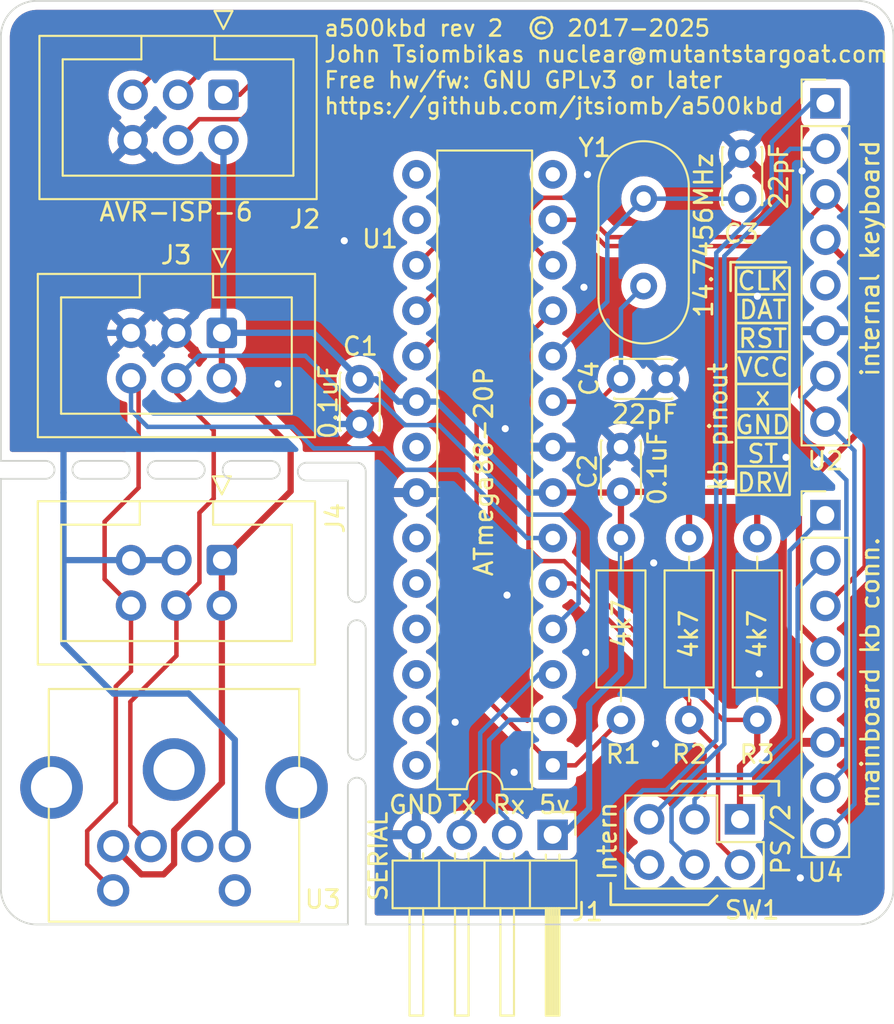
<source format=kicad_pcb>
(kicad_pcb (version 20240108) (generator "pcbnew") (generator_version "8.0")
  (layers (0 "F.Cu" signal) (31 "B.Cu" signal) (34 "B.Paste" user) (35 "F.Paste" user) (36 "B.SilkS" user "B.Silkscreen") (37 "F.SilkS" user "F.Silkscreen") (38 "B.Mask" user) (39 "F.Mask" user) (44 "Edge.Cuts" user))
  (net 0 "")
  (net 1 "VCC")
  (net 2 "GND")
  (net 3 "/XTAL1")
  (net 4 "/XTAL0")
  (net 5 "/TXD")
  (net 6 "/RXD")
  (net 7 "/MOSI")
  (net 8 "/SCK")
  (net 9 "/~{RESET}")
  (net 10 "/MISO")
  (net 11 "/PDATA")
  (net 12 "/PCLK")
  (net 13 "/ACLK")
  (net 14 "/ADATA")
  (net 15 "/INTKB_DATA")
  (net 16 "/OCLK")
  (net 17 "/ODAT")
  (net 18 "/INTKB_CLOCK")
  (net 22 "/DRVLED")
  (net 23 "/AMIGA_RESET")
  (net 31 "/STLED")
  (footprint "Crystal:Crystal_HC49-U_Vertical" (layer "F.Cu") (at 142.24 48.35 -90)
    (property "Reference" "Y1" (at -2.85 2.74 180) (layer "F.SilkS"))
    (property "Value" "14.7456MHz" (at 2.05 -3.36 90) (layer "F.SilkS"))
    (pad "1" thru_hole circle (at 0 0 270) (size 1.5 1.5) (drill 0.8) (layers "*.Cu" "*.Mask") (net 3 "/XTAL1"))
    (pad "2" thru_hole circle (at 4.88 0 270) (size 1.5 1.5) (drill 0.8) (layers "*.Cu" "*.Mask") (net 4 "/XTAL0"))
  )
  (footprint "Connector_IDC:IDC-Header_2x03_P2.54mm_Vertical" (layer "F.Cu") (at 118.745 42.545 -90)
    (property "Reference" "J2" (at 6.955 -4.555 180) (layer "F.SilkS"))
    (property "Value" "AVR-ISP-6" (at 6.555 2.645 180) (layer "F.SilkS"))
    (pad "1" thru_hole roundrect (at 0 0 270) (size 1.7 1.7) (drill 1) (layers "*.Cu" "*.Mask") (roundrect_rratio 0.147059) (net 10 "/MISO"))
    (pad "2" thru_hole circle (at 2.54 0 270) (size 1.7 1.7) (drill 1) (layers "*.Cu" "*.Mask") (net 1 "VCC"))
    (pad "3" thru_hole circle (at 0 2.54 270) (size 1.7 1.7) (drill 1) (layers "*.Cu" "*.Mask") (net 8 "/SCK"))
    (pad "4" thru_hole circle (at 2.54 2.54 270) (size 1.7 1.7) (drill 1) (layers "*.Cu" "*.Mask") (net 7 "/MOSI"))
    (pad "5" thru_hole circle (at 0 5.08 270) (size 1.7 1.7) (drill 1) (layers "*.Cu" "*.Mask") (net 9 "/~{RESET}"))
    (pad "6" thru_hole circle (at 2.54 5.08 270) (size 1.7 1.7) (drill 1) (layers "*.Cu" "*.Mask") (net 2 "GND"))
  )
  (footprint "Capacitor_THT:C_Disc_D3.0mm_W2.0mm_P2.50mm" (layer "F.Cu") (at 126.365 58.44 -90)
    (property "Reference" "C1" (at -1.84 -0.035 180) (layer "F.SilkS"))
    (property "Value" "0.1uF" (at 1.26 1.765 90) (layer "F.SilkS"))
    (pad "1" thru_hole circle (at 0 0 270) (size 1.6 1.6) (drill 0.8) (layers "*.Cu" "*.Mask") (net 1 "VCC"))
    (pad "2" thru_hole circle (at 2.5 0 270) (size 1.6 1.6) (drill 0.8) (layers "*.Cu" "*.Mask") (net 2 "GND"))
  )
  (footprint "a500kbd:kbswitch" (layer "F.Cu") (at 147.625 83.025 -90)
    (property "Reference" "SW1" (at 5.075 -0.675 180) (layer "F.SilkS"))
    (property "Value" "SW_DPDT_x2")
    (pad "1" thru_hole rect (at 0 0 270) (size 1.7 1.7) (drill 1) (layers "*.Cu" "*.Mask") (net 14 "/ADATA"))
    (pad "2" thru_hole oval (at 0 2.54 270) (size 1.7 1.7) (drill 1) (layers "*.Cu" "*.Mask") (net 17 "/ODAT"))
    (pad "3" thru_hole oval (at 0 5.08 270) (size 1.7 1.7) (drill 1) (layers "*.Cu" "*.Mask") (net 15 "/INTKB_DATA"))
    (pad "4" thru_hole oval (at 2.54 0 270) (size 1.7 1.7) (drill 1) (layers "*.Cu" "*.Mask") (net 13 "/ACLK"))
    (pad "5" thru_hole oval (at 2.54 2.54 270) (size 1.7 1.7) (drill 1) (layers "*.Cu" "*.Mask") (net 16 "/OCLK"))
    (pad "6" thru_hole oval (at 2.54 5.08 270) (size 1.7 1.7) (drill 1) (layers "*.Cu" "*.Mask") (net 18 "/INTKB_CLOCK"))
  )
  (footprint "Resistor_THT:R_Axial_DIN0207_L6.3mm_D2.5mm_P10.16mm_Horizontal" (layer "F.Cu") (at 144.78 67.31 -90)
    (property "Reference" "R2" (at 12.09 -0.02 180) (layer "F.SilkS"))
    (property "Value" "4k7" (at 5.37 0.02 90) (layer "F.SilkS"))
    (pad "1" thru_hole circle (at 0 0 270) (size 1.6 1.6) (drill 0.8) (layers "*.Cu" "*.Mask") (net 1 "VCC"))
    (pad "2" thru_hole oval (at 10.16 0 270) (size 1.6 1.6) (drill 0.8) (layers "*.Cu" "*.Mask") (net 13 "/ACLK"))
  )
  (footprint "Capacitor_THT:C_Disc_D3.0mm_W2.0mm_P2.50mm" (layer "F.Cu") (at 140.97 64.73 90)
    (property "Reference" "C2" (at 1.13 -1.87 90) (layer "F.SilkS"))
    (property "Value" "0.1uF" (at 1.33 2.03 -90) (layer "F.SilkS"))
    (pad "1" thru_hole circle (at 0 0 90) (size 1.6 1.6) (drill 0.8) (layers "*.Cu" "*.Mask") (net 1 "VCC"))
    (pad "2" thru_hole circle (at 2.5 0 90) (size 1.6 1.6) (drill 0.8) (layers "*.Cu" "*.Mask") (net 2 "GND"))
  )
  (footprint "a500kbd:minidin6" (layer "F.Cu") (at 115.98 75.745 180)
    (property "Reference" "U3" (at -8.32 -11.755 0) (layer "F.SilkS"))
    (property "Value" "ps2conn")
    (pad "0" thru_hole circle (at -6.85 -5.5 180) (size 3.5 3.5) (drill 2.3) (layers "*.Cu" "*.Mask"))
    (pad "0" thru_hole circle (at 0 -4.5 180) (size 3.5 3.5) (drill 2.3) (layers "*.Cu" "*.Mask"))
    (pad "0" thru_hole circle (at 6.85 -5.5 180) (size 3.5 3.5) (drill 2.3) (layers "*.Cu" "*.Mask"))
    (pad "1" thru_hole circle (at 1.3 -8.78 180) (size 1.8 1.8) (drill 1.1) (layers "*.Cu" "*.Mask") (net 12 "/PCLK"))
    (pad "2" thru_hole circle (at -1.3 -8.78 180) (size 1.8 1.8) (drill 1.1) (layers "*.Cu" "*.Mask"))
    (pad "3" thru_hole circle (at 3.4 -8.78 180) (size 1.8 1.8) (drill 1.1) (layers "*.Cu" "*.Mask") (net 1 "VCC"))
    (pad "4" thru_hole circle (at -3.4 -8.78 180) (size 1.8 1.8) (drill 1.1) (layers "*.Cu" "*.Mask") (net 2 "GND"))
    (pad "5" thru_hole circle (at 3.4 -11.25 180) (size 1.8 1.8) (drill 1.1) (layers "*.Cu" "*.Mask") (net 11 "/PDATA"))
    (pad "6" thru_hole circle (at -3.4 -11.25 180) (size 1.8 1.8) (drill 1.1) (layers "*.Cu" "*.Mask"))
  )
  (footprint "Connector_IDC:IDC-Header_2x03_P2.54mm_Vertical" (layer "F.Cu") (at 118.655 68.545 -90)
    (property "Reference" "J4" (at -2.345 -6.345 90) (layer "F.SilkS"))
    (property "Value" "ps2ribbon")
    (pad "1" thru_hole roundrect (at 0 0 270) (size 1.7 1.7) (drill 1) (layers "*.Cu" "*.Mask") (roundrect_rratio 0.147059) (net 1 "VCC"))
    (pad "2" thru_hole circle (at 2.54 0 270) (size 1.7 1.7) (drill 1) (layers "*.Cu" "*.Mask") (net 1 "VCC"))
    (pad "3" thru_hole circle (at 0 2.54 270) (size 1.7 1.7) (drill 1) (layers "*.Cu" "*.Mask") (net 2 "GND"))
    (pad "4" thru_hole circle (at 2.54 2.54 270) (size 1.7 1.7) (drill 1) (layers "*.Cu" "*.Mask") (net 12 "/PCLK"))
    (pad "5" thru_hole circle (at 0 5.08 270) (size 1.7 1.7) (drill 1) (layers "*.Cu" "*.Mask") (net 2 "GND"))
    (pad "6" thru_hole circle (at 2.54 5.08 270) (size 1.7 1.7) (drill 1) (layers "*.Cu" "*.Mask") (net 11 "/PDATA"))
  )
  (footprint "Connector_PinHeader_2.54mm:PinHeader_1x08_P2.54mm_Vertical" (layer "F.Cu") (at 152.4 43.025)
    (property "Reference" "U2" (at 0 19.975 180) (layer "F.SilkS"))
    (property "Value" "internal keyboard" (at 2.5 8.66 90) (layer "F.SilkS"))
    (pad "1" thru_hole rect (at 0 0) (size 1.7 1.7) (drill 1) (layers "*.Cu" "*.Mask") (net 18 "/INTKB_CLOCK"))
    (pad "2" thru_hole oval (at 0 2.54) (size 1.7 1.7) (drill 1) (layers "*.Cu" "*.Mask") (net 15 "/INTKB_DATA"))
    (pad "3" thru_hole oval (at 0 5.08) (size 1.7 1.7) (drill 1) (layers "*.Cu" "*.Mask") (net 23 "/AMIGA_RESET"))
    (pad "4" thru_hole oval (at 0 7.62) (size 1.7 1.7) (drill 1) (layers "*.Cu" "*.Mask") (net 1 "VCC"))
    (pad "5" thru_hole oval (at 0 10.16) (size 1.7 1.7) (drill 1) (layers "*.Cu" "*.Mask"))
    (pad "6" thru_hole oval (at 0 12.7) (size 1.7 1.7) (drill 1) (layers "*.Cu" "*.Mask") (net 2 "GND"))
    (pad "7" thru_hole oval (at 0 15.24) (size 1.7 1.7) (drill 1) (layers "*.Cu" "*.Mask") (net 31 "/STLED"))
    (pad "8" thru_hole oval (at 0 17.78) (size 1.7 1.7) (drill 1) (layers "*.Cu" "*.Mask") (net 22 "/DRVLED"))
  )
  (footprint "Resistor_THT:R_Axial_DIN0207_L6.3mm_D2.5mm_P10.16mm_Horizontal" (layer "F.Cu") (at 148.59 67.31 -90)
    (property "Reference" "R3" (at 12.09 0.01 180) (layer "F.SilkS"))
    (property "Value" "4k7" (at 5.37 0.01 90) (layer "F.SilkS"))
    (pad "1" thru_hole circle (at 0 0 270) (size 1.6 1.6) (drill 0.8) (layers "*.Cu" "*.Mask") (net 1 "VCC"))
    (pad "2" thru_hole oval (at 10.16 0 270) (size 1.6 1.6) (drill 0.8) (layers "*.Cu" "*.Mask") (net 14 "/ADATA"))
  )
  (footprint "Connector_IDC:IDC-Header_2x03_P2.54mm_Vertical" (layer "F.Cu") (at 118.655 55.845 -90)
    (property "Reference" "J3" (at -4.345 2.555 180) (layer "F.SilkS"))
    (property "Value" "ps2ribbon")
    (pad "1" thru_hole roundrect (at 0 0 270) (size 1.7 1.7) (drill 1) (layers "*.Cu" "*.Mask") (roundrect_rratio 0.147059) (net 1 "VCC"))
    (pad "2" thru_hole circle (at 2.54 0 270) (size 1.7 1.7) (drill 1) (layers "*.Cu" "*.Mask") (net 1 "VCC"))
    (pad "3" thru_hole circle (at 0 2.54 270) (size 1.7 1.7) (drill 1) (layers "*.Cu" "*.Mask") (net 2 "GND"))
    (pad "4" thru_hole circle (at 2.54 2.54 270) (size 1.7 1.7) (drill 1) (layers "*.Cu" "*.Mask") (net 12 "/PCLK"))
    (pad "5" thru_hole circle (at 0 5.08 270) (size 1.7 1.7) (drill 1) (layers "*.Cu" "*.Mask") (net 2 "GND"))
    (pad "6" thru_hole circle (at 2.54 5.08 270) (size 1.7 1.7) (drill 1) (layers "*.Cu" "*.Mask") (net 11 "/PDATA"))
  )
  (footprint "Resistor_THT:R_Axial_DIN0207_L6.3mm_D2.5mm_P10.16mm_Horizontal" (layer "F.Cu") (at 140.97 67.31 -90)
    (property "Reference" "R1" (at 12.09 -0.13 180) (layer "F.SilkS"))
    (property "Value" "4k7" (at 4.79 -0.03 90) (layer "F.SilkS"))
    (pad "1" thru_hole circle (at 0 0 270) (size 1.6 1.6) (drill 0.8) (layers "*.Cu" "*.Mask") (net 1 "VCC"))
    (pad "2" thru_hole oval (at 10.16 0 270) (size 1.6 1.6) (drill 0.8) (layers "*.Cu" "*.Mask") (net 9 "/~{RESET}"))
  )
  (footprint "Capacitor_THT:C_Disc_D3.0mm_W2.0mm_P2.50mm" (layer "F.Cu") (at 140.97 58.42)
    (property "Reference" "C4" (at -1.77 -0.02 -90) (layer "F.SilkS"))
    (property "Value" "22pF" (at 1.33 1.98 0) (layer "F.SilkS"))
    (pad "1" thru_hole circle (at 0 0) (size 1.6 1.6) (drill 0.8) (layers "*.Cu" "*.Mask") (net 4 "/XTAL0"))
    (pad "2" thru_hole circle (at 2.5 0) (size 1.6 1.6) (drill 0.8) (layers "*.Cu" "*.Mask") (net 2 "GND"))
  )
  (footprint "Connector_PinHeader_2.54mm:PinHeader_1x04_P2.54mm_Horizontal" (layer "F.Cu") (at 137.15 83.89 -90)
    (property "Reference" "J1" (at 4.31 -1.95 180) (layer "F.SilkS"))
    (property "Value" "SERIAL" (at 1.21 9.75 90) (layer "F.SilkS"))
    (pad "1" thru_hole rect (at 0 0 270) (size 1.7 1.7) (drill 1) (layers "*.Cu" "*.Mask") (net 1 "VCC"))
    (pad "2" thru_hole oval (at 0 2.54 270) (size 1.7 1.7) (drill 1) (layers "*.Cu" "*.Mask") (net 6 "/RXD"))
    (pad "3" thru_hole oval (at 0 5.08 270) (size 1.7 1.7) (drill 1) (layers "*.Cu" "*.Mask") (net 5 "/TXD"))
    (pad "4" thru_hole oval (at 0 7.62 270) (size 1.7 1.7) (drill 1) (layers "*.Cu" "*.Mask") (net 2 "GND"))
  )
  (footprint "Capacitor_THT:C_Disc_D3.0mm_W2.0mm_P2.50mm" (layer "F.Cu") (at 147.749963 48.335656 90)
    (property "Reference" "C3" (at -1.964344 -0.049963 0) (layer "F.SilkS"))
    (property "Value" "22pF" (at 1.235656 2.050037 -90) (layer "F.SilkS"))
    (pad "1" thru_hole circle (at 0 0 90) (size 1.6 1.6) (drill 0.8) (layers "*.Cu" "*.Mask") (net 3 "/XTAL1"))
    (pad "2" thru_hole circle (at 2.5 0 90) (size 1.6 1.6) (drill 0.8) (layers "*.Cu" "*.Mask") (net 2 "GND"))
  )
  (footprint "Connector_PinHeader_2.54mm:PinHeader_1x08_P2.54mm_Vertical" (layer "F.Cu") (at 152.4 66.025)
    (property "Reference" "U4" (at 0 19.975 180) (layer "F.SilkS"))
    (property "Value" "mainboard kb conn." (at 2.5 8.805 90) (layer "F.SilkS"))
    (pad "1" thru_hole rect (at 0 0) (size 1.7 1.7) (drill 1) (layers "*.Cu" "*.Mask") (net 16 "/OCLK"))
    (pad "2" thru_hole oval (at 0 2.54) (size 1.7 1.7) (drill 1) (layers "*.Cu" "*.Mask") (net 17 "/ODAT"))
    (pad "3" thru_hole oval (at 0 5.08) (size 1.7 1.7) (drill 1) (layers "*.Cu" "*.Mask") (net 23 "/AMIGA_RESET"))
    (pad "4" thru_hole oval (at 0 7.62) (size 1.7 1.7) (drill 1) (layers "*.Cu" "*.Mask") (net 1 "VCC"))
    (pad "5" thru_hole oval (at 0 10.16) (size 1.7 1.7) (drill 1) (layers "*.Cu" "*.Mask"))
    (pad "6" thru_hole oval (at 0 12.7) (size 1.7 1.7) (drill 1) (layers "*.Cu" "*.Mask") (net 2 "GND"))
    (pad "7" thru_hole oval (at 0 15.24) (size 1.7 1.7) (drill 1) (layers "*.Cu" "*.Mask") (net 31 "/STLED"))
    (pad "8" thru_hole oval (at 0 17.78) (size 1.7 1.7) (drill 1) (layers "*.Cu" "*.Mask") (net 22 "/DRVLED"))
  )
  (footprint "Package_DIP:DIP-28_W7.62mm" (layer "F.Cu") (at 137.16 80.01 180)
    (property "Reference" "U1" (at 9.66 29.41 180) (layer "F.SilkS"))
    (property "Value" "ATmega88-20P" (at 3.86 16.41 -90) (layer "F.SilkS"))
    (pad "1" thru_hole rect (at 0 0 180) (size 1.6 1.6) (drill 0.8) (layers "*.Cu" "*.Mask") (net 9 "/~{RESET}"))
    (pad "2" thru_hole oval (at 0 2.54 180) (size 1.6 1.6) (drill 0.8) (layers "*.Cu" "*.Mask") (net 6 "/RXD"))
    (pad "3" thru_hole oval (at 0 5.08 180) (size 1.6 1.6) (drill 0.8) (layers "*.Cu" "*.Mask") (net 5 "/TXD"))
    (pad "4" thru_hole oval (at 0 7.62 180) (size 1.6 1.6) (drill 0.8) (layers "*.Cu" "*.Mask") (net 12 "/PCLK"))
    (pad "5" thru_hole oval (at 0 10.16 180) (size 1.6 1.6) (drill 0.8) (layers "*.Cu" "*.Mask") (net 13 "/ACLK"))
    (pad "6" thru_hole oval (at 0 12.7 180) (size 1.6 1.6) (drill 0.8) (layers "*.Cu" "*.Mask") (net 11 "/PDATA"))
    (pad "7" thru_hole oval (at 0 15.24 180) (size 1.6 1.6) (drill 0.8) (layers "*.Cu" "*.Mask") (net 1 "VCC"))
    (pad "8" thru_hole oval (at 0 17.78 180) (size 1.6 1.6) (drill 0.8) (layers "*.Cu" "*.Mask") (net 2 "GND"))
    (pad "9" thru_hole oval (at 0 20.32 180) (size 1.6 1.6) (drill 0.8) (layers "*.Cu" "*.Mask") (net 4 "/XTAL0"))
    (pad "10" thru_hole oval (at 0 22.86 180) (size 1.6 1.6) (drill 0.8) (layers "*.Cu" "*.Mask") (net 3 "/XTAL1"))
    (pad "11" thru_hole oval (at 0 25.4 180) (size 1.6 1.6) (drill 0.8) (layers "*.Cu" "*.Mask") (net 14 "/ADATA"))
    (pad "12" thru_hole oval (at 0 27.94 180) (size 1.6 1.6) (drill 0.8) (layers "*.Cu" "*.Mask") (net 23 "/AMIGA_RESET"))
    (pad "13" thru_hole oval (at 0 30.48 180) (size 1.6 1.6) (drill 0.8) (layers "*.Cu" "*.Mask") (net 22 "/DRVLED"))
    (pad "14" thru_hole oval (at 0 33.02 180) (size 1.6 1.6) (drill 0.8) (layers "*.Cu" "*.Mask"))
    (pad "15" thru_hole oval (at 7.62 33.02 180) (size 1.6 1.6) (drill 0.8) (layers "*.Cu" "*.Mask"))
    (pad "16" thru_hole oval (at 7.62 30.48 180) (size 1.6 1.6) (drill 0.8) (layers "*.Cu" "*.Mask"))
    (pad "17" thru_hole oval (at 7.62 27.94 180) (size 1.6 1.6) (drill 0.8) (layers "*.Cu" "*.Mask") (net 7 "/MOSI"))
    (pad "18" thru_hole oval (at 7.62 25.4 180) (size 1.6 1.6) (drill 0.8) (layers "*.Cu" "*.Mask") (net 10 "/MISO"))
    (pad "19" thru_hole oval (at 7.62 22.86 180) (size 1.6 1.6) (drill 0.8) (layers "*.Cu" "*.Mask") (net 8 "/SCK"))
    (pad "20" thru_hole oval (at 7.62 20.32 180) (size 1.6 1.6) (drill 0.8) (layers "*.Cu" "*.Mask") (net 1 "VCC"))
    (pad "21" thru_hole oval (at 7.62 17.78 180) (size 1.6 1.6) (drill 0.8) (layers "*.Cu" "*.Mask"))
    (pad "22" thru_hole oval (at 7.62 15.24 180) (size 1.6 1.6) (drill 0.8) (layers "*.Cu" "*.Mask") (net 2 "GND"))
    (pad "23" thru_hole oval (at 7.62 12.7 180) (size 1.6 1.6) (drill 0.8) (layers "*.Cu" "*.Mask"))
    (pad "24" thru_hole oval (at 7.62 10.16 180) (size 1.6 1.6) (drill 0.8) (layers "*.Cu" "*.Mask"))
    (pad "25" thru_hole oval (at 7.62 7.62 180) (size 1.6 1.6) (drill 0.8) (layers "*.Cu" "*.Mask"))
    (pad "26" thru_hole oval (at 7.62 5.08 180) (size 1.6 1.6) (drill 0.8) (layers "*.Cu" "*.Mask"))
    (pad "27" thru_hole oval (at 7.62 2.54 180) (size 1.6 1.6) (drill 0.8) (layers "*.Cu" "*.Mask"))
    (pad "28" thru_hole oval (at 7.62 0 180) (size 1.6 1.6) (drill 0.8) (layers "*.Cu" "*.Mask"))
  )
  (gr_line (start 147.4 60.1) (end 150.4 60.1) (stroke (width 0.15)) (layer "F.SilkS"))
  (gr_line (start 147.4 61.7) (end 150.4 61.7) (stroke (width 0.15)) (layer "F.SilkS"))
  (gr_line (start 147.4 55.3) (end 150.4 55.3) (stroke (width 0.15)) (layer "F.SilkS"))
  (gr_line (start 147.4 53.7) (end 150.4 53.7) (stroke (width 0.15)) (layer "F.SilkS"))
  (gr_line (start 147.4 56.9) (end 150.4 56.9) (stroke (width 0.15)) (layer "F.SilkS"))
  (gr_line (start 143.8 81.3) (end 144.2 80.9) (stroke (width 0.15)) (layer "F.SilkS"))
  (gr_rect (start 147.4 52.2) (end 150.4 64.9) (stroke (width 0.15)) (fill none) (layer "F.SilkS"))
  (gr_line (start 144.2 80.9) (end 149.1 80.9) (stroke (width 0.15)) (layer "F.SilkS"))
  (gr_line (start 149.1 80.9) (end 149.8 80.9) (stroke (width 0.15)) (layer "F.SilkS"))
  (gr_line (start 147.4 63.3) (end 150.4 63.3) (stroke (width 0.15)) (layer "F.SilkS"))
  (gr_line (start 145.85 87.8) (end 146.35 87.3) (stroke (width 0.15)) (layer "F.SilkS"))
  (gr_line (start 140.4 87.8) (end 145.85 87.8) (stroke (width 0.15)) (layer "F.SilkS"))
  (gr_line (start 147.4 58.7) (end 150.4 58.7) (stroke (width 0.15)) (layer "F.SilkS"))
  (gr_line (start 149.8 80.9) (end 149.8 81.7) (stroke (width 0.15)) (layer "F.SilkS"))
  (gr_line (start 140.4 86.6) (end 140.4 87.8) (stroke (width 0.15)) (layer "F.SilkS"))
  (gr_line (start 147.1 51.9) (end 147.1 53.5) (stroke (width 0.15)) (layer "F.SilkS"))
  (gr_line (start 147.1 51.9) (end 150.2 51.9) (stroke (width 0.15)) (layer "F.SilkS"))
  (gr_line (start 110.8 64) (end 113 64) (stroke (width 0.1)) (layer "Edge.Cuts"))
  (gr_arc (start 123.4 64.1) (mid 122.9 63.6) (end 123.4 63.1) (stroke (width 0.1)) (layer "Edge.Cuts"))
  (gr_arc (start 113 63) (mid 113.5 63.5) (end 113 64) (stroke (width 0.1)) (layer "Edge.Cuts"))
  (gr_line (start 115 63) (end 117.2 63) (stroke (width 0.1)) (layer "Edge.Cuts"))
  (gr_line (start 125.7 88.9) (end 108.3 88.9) (stroke (width 0.1)) (layer "Edge.Cuts"))
  (gr_arc (start 126.7 70.4) (mid 126.2 70.9) (end 125.7 70.4) (stroke (width 0.1)) (layer "Edge.Cuts"))
  (gr_line (start 123.4 64.1) (end 125.7 64.1) (stroke (width 0.1)) (layer "Edge.Cuts"))
  (gr_line (start 126.7 70.4) (end 126.7 63.6) (stroke (width 0.1)) (layer "Edge.Cuts"))
  (gr_arc (start 106.3 39.3) (mid 106.885786 37.885786) (end 108.3 37.3) (stroke (width 0.1)) (layer "Edge.Cuts"))
  (gr_arc (start 154.21 37.3) (mid 155.624214 37.885786) (end 156.21 39.3) (stroke (width 0.1)) (layer "Edge.Cuts"))
  (gr_line (start 154.21 88.9) (end 126.7 88.9) (stroke (width 0.1)) (layer "Edge.Cuts"))
  (gr_line (start 110.8 63) (end 113 63) (stroke (width 0.1)) (layer "Edge.Cuts"))
  (gr_line (start 106.3 64) (end 108.8 64) (stroke (width 0.1)) (layer "Edge.Cuts"))
  (gr_arc (start 125.7 72.4) (mid 126.2 71.9) (end 126.7 72.4) (stroke (width 0.1)) (layer "Edge.Cuts"))
  (gr_line (start 119.2 63) (end 121.4 63) (stroke (width 0.1)) (layer "Edge.Cuts"))
  (gr_arc (start 110.8 64) (mid 110.3 63.5) (end 110.8 63) (stroke (width 0.1)) (layer "Edge.Cuts"))
  (gr_line (start 108.3 37.3) (end 154.21 37.3) (stroke (width 0.1)) (layer "Edge.Cuts"))
  (gr_line (start 125.7 81.2) (end 125.7 88.9) (stroke (width 0.1)) (layer "Edge.Cuts"))
  (gr_arc (start 108.3 88.9) (mid 106.885786 88.314214) (end 106.3 86.9) (stroke (width 0.1)) (layer "Edge.Cuts"))
  (gr_line (start 119.2 64) (end 121.4 64) (stroke (width 0.1)) (layer "Edge.Cuts"))
  (gr_line (start 125.7 64.1) (end 125.7 70.4) (stroke (width 0.1)) (layer "Edge.Cuts"))
  (gr_arc (start 125.7 81.2) (mid 126.2 80.7) (end 126.7 81.2) (stroke (width 0.1)) (layer "Edge.Cuts"))
  (gr_line (start 126.7 81.2) (end 126.7 88.9) (stroke (width 0.1)) (layer "Edge.Cuts"))
  (gr_line (start 156.21 39.3) (end 156.21 86.9) (stroke (width 0.1)) (layer "Edge.Cuts"))
  (gr_line (start 106.3 63) (end 106.3 39.3) (stroke (width 0.1)) (layer "Edge.Cuts"))
  (gr_line (start 106.3 63) (end 108.8 63) (stroke (width 0.1)) (layer "Edge.Cuts"))
  (gr_line (start 115 64) (end 117.2 64) (stroke (width 0.1)) (layer "Edge.Cuts"))
  (gr_arc (start 126.7 79.2) (mid 126.2 79.7) (end 125.7 79.2) (stroke (width 0.1)) (layer "Edge.Cuts"))
  (gr_arc (start 108.8 63) (mid 109.3 63.5) (end 108.8 64) (stroke (width 0.1)) (layer "Edge.Cuts"))
  (gr_arc (start 121.4 63) (mid 121.9 63.5) (end 121.4 64) (stroke (width 0.1)) (layer "Edge.Cuts"))
  (gr_line (start 125.7 72.4) (end 125.7 79.2) (stroke (width 0.1)) (layer "Edge.Cuts"))
  (gr_line (start 106.3 86.9) (end 106.3 64) (stroke (width 0.1)) (layer "Edge.Cuts"))
  (gr_arc (start 117.2 63) (mid 117.7 63.5) (end 117.2 64) (stroke (width 0.1)) (layer "Edge.Cuts"))
  (gr_arc (start 126.2 63.1) (mid 126.553553 63.246447) (end 126.7 63.6) (stroke (width 0.1)) (layer "Edge.Cuts"))
  (gr_line (start 126.7 72.4) (end 126.7 79.2) (stroke (width 0.1)) (layer "Edge.Cuts"))
  (gr_arc (start 115 64) (mid 114.5 63.5) (end 115 63) (stroke (width 0.1)) (layer "Edge.Cuts"))
  (gr_line (start 123.4 63.1) (end 126.2 63.1) (stroke (width 0.1)) (layer "Edge.Cuts"))
  (gr_arc (start 156.21 86.9) (mid 155.624214 88.314214) (end 154.21 88.9) (stroke (width 0.1)) (layer "Edge.Cuts"))
  (gr_arc (start 119.2 64) (mid 118.7 63.5) (end 119.2 63) (stroke (width 0.1)) (layer "Edge.Cuts"))
  (gr_text "GND" (at 127.9 82.8 0) (layer "F.SilkS") (effects (font (size 1 1)) (justify left bottom)))
  (gr_text "a500kbd rev 2  © 2017-2025\nJohn Tsiombikas nuclear@mutantstargoat.com\nFree hw/fw: GNU GPLv3 or later\nhttps://github.com/jtsiomb/a500kbd" (at 124.3 41 0) (layer "F.SilkS") (effects (font (size 0.9 0.9) (thickness 0.14)) (justify left)))
  (gr_text "CLK\nDAT\nRST\nVCC\nx\nGND\nST\nDRV" (at 148.9 64.8 0) (layer "F.SilkS") (effects (font (size 1 1)) (justify bottom)))
  (gr_text "PS/2" (at 150.5 86.2 90) (layer "F.SilkS") (effects (font (size 1 1)) (justify left bottom)))
  (gr_text "5v" (at 136.3 82.8 0) (layer "F.SilkS") (effects (font (size 1 1)) (justify left bottom)))
  (gr_text "kb pinout" (at 146.4 61.1 90) (layer "F.SilkS") (effects (font (size 1 1))))
  (gr_text "Intern" (at 140.8 86.5 90) (layer "F.SilkS") (effects (font (size 1 1)) (justify left bottom)))
  (gr_text "Tx" (at 131.2 82.8 0) (layer "F.SilkS") (effects (font (size 1 1)) (justify left bottom)))
  (gr_text "Rx" (at 133.7 82.8 0) (layer "F.SilkS") (effects (font (size 1 1)) (justify left bottom)))
  (segment (start 140.97 64.73) (end 144.8 64.73) (width 0.35) (layer "F.Cu") (net 1))
  (segment (start 148.6 64.73) (end 150.92 64.73) (width 0.35) (layer "F.Cu") (net 1))
  (segment (start 114.155 86.1) (end 115.4 86.1) (width 0.35) (layer "F.Cu") (net 1))
  (segment (start 115.985808 83.658192) (end 118.655 80.989) (width 0.35) (layer "F.Cu") (net 1))
  (segment (start 144.78 64.75) (end 144.8 64.73) (width 0.25) (layer "F.Cu") (net 1))
  (segment (start 152.4 73.645) (end 150.92 72.165) (width 0.35) (layer "F.Cu") (net 1))
  (segment (start 140.93 64.77) (end 140.97 64.73) (width 0.35) (layer "F.Cu") (net 1))
  (segment (start 150.92 72.165) (end 150.92 64.73) (width 0.35) (layer "F.Cu") (net 1))
  (segment (start 122.5 62.23) (end 122.5 64.7) (width 0.35) (layer "F.Cu") (net 1))
  (segment (start 140.97 64.73) (end 140.97 67.31) (width 0.35) (layer "F.Cu") (net 1))
  (segment (start 144.78 67.31) (end 144.78 67.32) (width 0.25) (layer "F.Cu") (net 1))
  (segment (start 150.92 64.73) (end 154.1 61.55) (width 0.35) (layer "F.Cu") (net 1))
  (segment (start 154.1 61.55) (end 154.1 52.345) (width 0.35) (layer "F.Cu") (net 1))
  (segment (start 115.985808 85.514192) (end 115.985808 83.658192) (width 0.35) (layer "F.Cu") (net 1))
  (segment (start 118.655 71.085) (end 118.655 68.545) (width 0.35) (layer "F.Cu") (net 1))
  (segment (start 154.1 52.345) (end 152.4 50.645) (width 0.35) (layer "F.Cu") (net 1))
  (segment (start 137.16 64.77) (end 140.93 64.77) (width 0.35) (layer "F.Cu") (net 1))
  (segment (start 148.59 64.74) (end 148.6 64.73) (width 0.35) (layer "F.Cu") (net 1))
  (segment (start 122.5 64.7) (end 118.655 68.545) (width 0.35) (layer "F.Cu") (net 1))
  (segment (start 115.4 86.1) (end 115.985808 85.514192) (width 0.35) (layer "F.Cu") (net 1))
  (segment (start 118.655 58.385) (end 122.5 62.23) (width 0.35) (layer "F.Cu") (net 1))
  (segment (start 118.655 80.989) (end 118.655 71.085) (width 0.35) (layer "F.Cu") (net 1))
  (segment (start 112.58 84.525) (end 114.155 86.1) (width 0.35) (layer "F.Cu") (net 1))
  (segment (start 144.78 67.31) (end 144.78 64.75) (width 0.35) (layer "F.Cu") (net 1))
  (segment (start 144.8 64.73) (end 148.6 64.73) (width 0.35) (layer "F.Cu") (net 1))
  (segment (start 148.59 67.31) (end 148.59 64.74) (width 0.35) (layer "F.Cu") (net 1))
  (segment (start 118.655 58.385) (end 118.655 55.845) (width 0.35) (layer "F.Cu") (net 1))
  (segment (start 118.655 55.845) (end 123.77 55.845) (width 0.35) (layer "B.Cu") (net 1))
  (segment (start 118.745 55.755) (end 118.655 55.845) (width 0.35) (layer "B.Cu") (net 1))
  (segment (start 128.524 59.69) (end 129.54 59.69) (width 0.35) (layer "B.Cu") (net 1))
  (segment (start 139.192 76.608) (end 139.192 82.423) (width 0.35) (layer "B.Cu") (net 1))
  (segment (start 140.97 74.83) (end 139.192 76.608) (width 0.35) (layer "B.Cu") (net 1))
  (segment (start 140.97 67.31) (end 140.97 74.83) (width 0.35) (layer "B.Cu") (net 1))
  (segment (start 123.77 55.845) (end 126.365 58.44) (width 0.35) (layer "B.Cu") (net 1))
  (segment (start 137.725 83.89) (end 137.15 83.89) (width 0.35) (layer "B.Cu") (net 1))
  (segment (start 127.274 58.44) (end 128.524 59.69) (width 0.35) (layer "B.Cu") (net 1))
  (segment (start 130.69 59.69) (end 135.77 64.77) (width 0.35) (layer "B.Cu") (net 1))
  (segment (start 135.77 64.77) (end 137.16 64.77) (width 0.35) (layer "B.Cu") (net 1))
  (segment (start 139.192 82.423) (end 137.725 83.89) (width 0.35) (layer "B.Cu") (net 1))
  (segment (start 118.745 45.085) (end 118.745 55.755) (width 0.35) (layer "B.Cu") (net 1))
  (segment (start 129.54 59.69) (end 130.69 59.69) (width 0.35) (layer "B.Cu") (net 1))
  (segment (start 126.365 58.44) (end 127.274 58.44) (width 0.35) (layer "B.Cu") (net 1))
  (via (at 151 86.3) (size 0.8) (drill 0.4) (layers "F.Cu" "B.Cu") (net 2))
  (via (at 148.6 53.8) (size 0.8) (drill 0.4) (layers "F.Cu" "B.Cu") (net 2))
  (via (at 142.9 78.8) (size 0.8) (drill 0.4) (layers "F.Cu" "B.Cu") (net 2))
  (via (at 134.6 70.5) (size 0.8) (drill 0.4) (layers "F.Cu" "B.Cu") (net 2))
  (via (at 134.5 61.2) (size 0.8) (drill 0.4) (layers "F.Cu" "B.Cu") (net 2))
  (via (at 148.7 74.9) (size 0.8) (drill 0.4) (layers "F.Cu" "B.Cu") (net 2))
  (via (at 135 80.4) (size 0.8) (drill 0.4) (layers "F.Cu" "B.Cu") (net 2))
  (via (at 142.8 68.7) (size 0.8) (drill 0.4) (layers "F.Cu" "B.Cu") (net 2))
  (via (at 139.1 47) (size 0.8) (drill 0.4) (layers "F.Cu" "B.Cu") (net 2))
  (via (at 125.5 50.7) (size 0.8) (drill 0.4) (layers "F.Cu" "B.Cu") (net 2))
  (via (at 131.7 77.6) (size 0.8) (drill 0.4) (layers "F.Cu" "B.Cu") (net 2))
  (via (at 150.2 62.8) (size 0.8) (drill 0.4) (layers "F.Cu" "B.Cu") (net 2))
  (via (at 139 73.7) (size 0.8) (drill 0.4) (layers "F.Cu" "B.Cu") (net 2))
  (via (at 138.9 53.3) (size 0.8) (drill 0.4) (layers "F.Cu" "B.Cu") (net 2))
  (via (at 121.8 58.7) (size 0.8) (drill 0.4) (layers "F.Cu" "B.Cu") (net 2))
  (via (at 151.1 46.8) (size 0.8) (drill 0.4) (layers "F.Cu" "B.Cu") (net 2))
  (segment (start 119.38 84.525) (end 119.38 78.58) (width 0.35) (layer "B.Cu") (net 2))
  (segment (start 109.802762 68.545) (end 109.8 68.547762) (width 0.35) (layer "B.Cu") (net 2))
  (segment (start 111.855 55.845) (end 109.8 57.9) (width 0.35) (layer "B.Cu") (net 2))
  (segment (start 119.38 78.58) (end 116.8 76) (width 0.35) (layer "B.Cu") (net 2))
  (segment (start 124.04 60.94) (end 121.8 58.7) (width 0.35) (layer "B.Cu") (net 2))
  (segment (start 113.575 68.545) (end 109.802762 68.545) (width 0.35) (layer "B.Cu") (net 2))
  (segment (start 109.8 68.547762) (end 109.8 64.77) (width 0.35) (layer "B.Cu") (net 2))
  (segment (start 109.8 73.2) (end 109.8 68.547762) (width 0.35) (layer "B.Cu") (net 2))
  (segment (start 113.575 68.545) (end 116.115 68.545) (width 0.35) (layer "B.Cu") (net 2))
  (segment (start 113.575 55.845) (end 111.855 55.845) (width 0.35) (layer "B.Cu") (net 2))
  (segment (start 112.6 76) (end 109.8 73.2) (width 0.35) (layer "B.Cu") (net 2))
  (segment (start 116.8 76) (end 112.6 76) (width 0.35) (layer "B.Cu") (net 2))
  (segment (start 126.365 60.94) (end 124.04 60.94) (width 0.35) (layer "B.Cu") (net 2))
  (segment (start 109.8 57.9) (end 109.8 64.77) (width 0.35) (layer "B.Cu") (net 2))
  (segment (start 142.24 48.35) (end 147.735619 48.35) (width 0.25) (layer "B.Cu") (net 3))
  (segment (start 140.208 50.392) (end 140.208 54.102) (width 0.25) (layer "B.Cu") (net 3))
  (segment (start 141.1 49.5) (end 140.208 50.392) (width 0.25) (layer "B.Cu") (net 3))
  (segment (start 141.1 49.49) (end 141.1 49.5) (width 0.25) (layer "B.Cu") (net 3))
  (segment (start 142.24 48.35) (end 141.1 49.49) (width 0.25) (layer "B.Cu") (net 3))
  (segment (start 147.735619 48.35) (end 147.749963 48.335656) (width 0.25) (layer "B.Cu") (net 3))
  (segment (start 140.208 54.102) (end 137.16 57.15) (width 0.25) (layer "B.Cu") (net 3))
  (segment (start 139.7 59.69) (end 140.97 58.42) (width 0.25) (layer "F.Cu") (net 4))
  (segment (start 137.16 59.69) (end 139.7 59.69) (width 0.25) (layer "F.Cu") (net 4))
  (segment (start 140.97 58.42) (end 140.97 54.5) (width 0.25) (layer "B.Cu") (net 4))
  (segment (start 140.97 54.5) (end 142.24 53.23) (width 0.25) (layer "B.Cu") (net 4))
  (segment (start 133.1 82.038) (end 132.07 83.068) (width 0.25) (layer "B.Cu") (net 5))
  (segment (start 137.16 74.93) (end 136.37 74.93) (width 0.25) (layer "B.Cu") (net 5))
  (segment (start 133.1 78.2) (end 133.1 82.038) (width 0.25) (layer "B.Cu") (net 5))
  (segment (start 132.07 83.068) (end 132.07 83.89) (width 0.25) (layer "B.Cu") (net 5))
  (segment (start 136.37 74.93) (end 133.1 78.2) (width 0.25) (layer "B.Cu") (net 5))
  (segment (start 134.73 77.47) (end 133.6 78.6) (width 0.25) (layer "B.Cu") (net 6))
  (segment (start 133.6 82) (end 134.61 83.01) (width 0.25) (layer "B.Cu") (net 6))
  (segment (start 133.6 78.6) (end 133.6 82) (width 0.25) (layer "B.Cu") (net 6))
  (segment (start 134.61 83.01) (end 134.61 83.89) (width 0.25) (layer "B.Cu") (net 6))
  (segment (start 137.16 77.47) (end 134.73 77.47) (width 0.25) (layer "B.Cu") (net 6))
  (segment (start 131.318 45.518) (end 131.318 50.292) (width 0.25) (layer "F.Cu") (net 7))
  (segment (start 116.205 45.085) (end 117.38 43.91) (width 0.25) (layer "F.Cu") (net 7))
  (segment (start 121.8 41.9) (end 127.7 41.9) (width 0.25) (layer "F.Cu") (net 7))
  (segment (start 119.79 43.91) (end 121.8 41.9) (width 0.25) (layer "F.Cu") (net 7))
  (segment (start 117.38 43.91) (end 119.79 43.91) (width 0.25) (layer "F.Cu") (net 7))
  (segment (start 127.7 41.9) (end 131.318 45.518) (width 0.25) (layer "F.Cu") (net 7))
  (segment (start 131.318 50.292) (end 129.54 52.07) (width 0.25) (layer "F.Cu") (net 7))
  (segment (start 116.205 42.545) (end 117.983 40.767) (width 0.25) (layer "F.Cu") (net 8))
  (segment (start 132.3 45) (end 132.3 54.39) (width 0.25) (layer "F.Cu") (net 8))
  (segment (start 132.3 54.39) (end 129.54 57.15) (width 0.25) (layer "F.Cu") (net 8))
  (segment (start 117.983 40.767) (end 128.067 40.767) (width 0.25) (layer "F.Cu") (net 8))
  (segment (start 128.067 40.767) (end 132.3 45) (width 0.25) (layer "F.Cu") (net 8))
  (segment (start 137.16 80.01) (end 132.9 75.75) (width 0.25) (layer "F.Cu") (net 9))
  (segment (start 138.43 80.01) (end 140.97 77.47) (width 0.25) (layer "F.Cu") (net 9))
  (segment (start 132.9 75.75) (end 132.9 44.7) (width 0.25) (layer "F.Cu") (net 9))
  (segment (start 137.16 80.01) (end 138.43 80.01) (width 0.25) (layer "F.Cu") (net 9))
  (segment (start 116.01 40.2) (end 113.665 42.545) (width 0.25) (layer "F.Cu") (net 9))
  (segment (start 128.4 40.2) (end 116.01 40.2) (width 0.25) (layer "F.Cu") (net 9))
  (segment (start 132.9 44.7) (end 128.4 40.2) (width 0.25) (layer "F.Cu") (net 9))
  (segment (start 119.655 42.545) (end 118.745 42.545) (width 0.25) (layer "F.Cu") (net 10))
  (segment (start 127.8 41.3) (end 120.9 41.3) (width 0.25) (layer "F.Cu") (net 10))
  (segment (start 131.826 45.326) (end 127.8 41.3) (width 0.25) (layer "F.Cu") (net 10))
  (segment (start 129.54 54.61) (end 131.826 52.324) (width 0.25) (layer "F.Cu") (net 10))
  (segment (start 120.9 41.3) (end 119.655 42.545) (width 0.25) (layer "F.Cu") (net 10))
  (segment (start 131.826 52.324) (end 131.826 45.326) (width 0.25) (layer "F.Cu") (net 10))
  (segment (start 114 58.81) (end 113.575 58.385) (width 0.25) (layer "F.Cu") (net 11))
  (segment (start 113.575 74.75) (end 113.575 71.085) (width 0.25) (layer "F.Cu") (net 11))
  (segment (start 112.725 82.075) (end 112.725 75.6) (width 0.25) (layer "F.Cu") (net 11))
  (segment (start 112.1 66.4) (end 114 64.5) (width 0.25) (layer "F.Cu") (net 11))
  (segment (start 114 64.5) (end 114 58.81) (width 0.25) (layer "F.Cu") (net 11))
  (segment (start 111.125 85.54) (end 111.125 83.675) (width 0.25) (layer "F.Cu") (net 11))
  (segment (start 113.575 71.085) (end 112.1 69.61) (width 0.25) (layer "F.Cu") (net 11))
  (segment (start 112.58 86.995) (end 111.125 85.54) (width 0.25) (layer "F.Cu") (net 11))
  (segment (start 112.725 75.6) (end 113.575 74.75) (width 0.25) (layer "F.Cu") (net 11))
  (segment (start 112.1 69.61) (end 112.1 66.4) (width 0.25) (layer "F.Cu") (net 11))
  (segment (start 111.125 83.675) (end 112.725 82.075) (width 0.25) (layer "F.Cu") (net 11))
  (segment (start 128.9 63.5) (end 127.7 62.3) (width 0.25) (layer "B.Cu") (net 11))
  (segment (start 123.8 62.3) (end 122.6 61.1) (width 0.25) (layer "B.Cu") (net 11))
  (segment (start 131.9 63.5) (end 128.9 63.5) (width 0.25) (layer "B.Cu") (net 11))
  (segment (start 137.16 67.31) (end 135.71 67.31) (width 0.25) (layer "B.Cu") (net 11))
  (segment (start 135.71 67.31) (end 131.9 63.5) (width 0.25) (layer "B.Cu") (net 11))
  (segment (start 113.575 60.175) (end 113.575 58.385) (width 0.25) (layer "B.Cu") (net 11))
  (segment (start 122.6 61.1) (end 114.5 61.1) (width 0.25) (layer "B.Cu") (net 11))
  (segment (start 114.5 61.1) (end 113.575 60.175) (width 0.25) (layer "B.Cu") (net 11))
  (segment (start 127.7 62.3) (end 123.8 62.3) (width 0.25) (layer "B.Cu") (net 11))
  (segment (start 117.4 65.9) (end 118.2 65.1) (width 0.25) (layer "F.Cu") (net 12))
  (segment (start 116.115 71.085) (end 117.4 69.8) (width 0.25) (layer "F.Cu") (net 12))
  (segment (start 116.115 59.215) (end 116.115 58.385) (width 0.25) (layer "F.Cu") (net 12))
  (segment (start 118.2 65.1) (end 118.2 61.3) (width 0.25) (layer "F.Cu") (net 12))
  (segment (start 118.2 61.3) (end 116.115 59.215) (width 0.25) (layer "F.Cu") (net 12))
  (segment (start 117.4 69.8) (end 117.4 65.9) (width 0.25) (layer "F.Cu") (net 12))
  (segment (start 113.538 83.383) (end 113.538 76.462) (width 0.25) (layer "F.Cu") (net 12))
  (segment (start 113.538 76.462) (end 116.115 73.885) (width 0.25) (layer "F.Cu") (net 12))
  (segment (start 114.68 84.525) (end 113.538 83.383) (width 0.25) (layer "F.Cu") (net 12))
  (segment (start 116.115 73.885) (end 116.115 71.085) (width 0.25) (layer "F.Cu") (net 12))
  (segment (start 128.9 61) (end 127.5 59.6) (width 0.25) (layer "B.Cu") (net 12))
  (segment (start 138.6 66.979504) (end 137.620496 66) (width 0.25) (layer "B.Cu") (net 12))
  (segment (start 137.620496 66) (end 135.8 66) (width 0.25) (layer "B.Cu") (net 12))
  (segment (start 135.8 66) (end 130.8 61) (width 0.25) (layer "B.Cu") (net 12))
  (segment (start 125.8 59.6) (end 123.327127 57.127127) (width 0.25) (layer "B.Cu") (net 12))
  (segment (start 123.327127 57.127127) (end 117.372873 57.127127) (width 0.25) (layer "B.Cu") (net 12))
  (segment (start 130.8 61) (end 128.9 61) (width 0.25) (layer "B.Cu") (net 12))
  (segment (start 117.372873 57.127127) (end 116.115 58.385) (width 0.25) (layer "B.Cu") (net 12))
  (segment (start 137.16 72.39) (end 138.6 70.95) (width 0.25) (layer "B.Cu") (net 12))
  (segment (start 127.5 59.6) (end 125.8 59.6) (width 0.25) (layer "B.Cu") (net 12))
  (segment (start 138.6 70.95) (end 138.6 66.979504) (width 0.25) (layer "B.Cu") (net 12))
  (segment (start 146.4 84.34) (end 147.625 85.565) (width 0.25) (layer "F.Cu") (net 13))
  (segment (start 144.78 77.47) (end 146.4 79.09) (width 0.25) (layer "F.Cu") (net 13))
  (segment (start 138.25 69.85) (end 144.78 76.38) (width 0.25) (layer "F.Cu") (net 13))
  (segment (start 146.4 79.09) (end 146.4 84.34) (width 0.25) (layer "F.Cu") (net 13))
  (segment (start 137.16 69.85) (end 138.25 69.85) (width 0.25) (layer "F.Cu") (net 13))
  (segment (start 144.78 76.38) (end 144.78 77.47) (width 0.25) (layer "F.Cu") (net 13))
  (segment (start 135.8 55.97) (end 135.8 67.9) (width 0.25) (layer "F.Cu") (net 14))
  (segment (start 137.8 68.6) (end 146.67 77.47) (width 0.25) (layer "F.Cu") (net 14))
  (segment (start 148.59 79.11) (end 147.625 80.075) (width 0.35) (layer "F.Cu") (net 14))
  (segment (start 148.59 77.47) (end 149.13 77.47) (width 0.35) (layer "F.Cu") (net 14))
  (segment (start 136.5 68.6) (end 137.8 68.6) (width 0.25) (layer "F.Cu") (net 14))
  (segment (start 146.67 77.47) (end 148.59 77.47) (width 0.25) (layer "F.Cu") (net 14))
  (segment (start 147.625 80.075) (end 147.625 83.025) (width 0.35) (layer "F.Cu") (net 14))
  (segment (start 137.16 54.61) (end 135.8 55.97) (width 0.25) (layer "F.Cu") (net 14))
  (segment (start 135.8 67.9) (end 136.5 68.6) (width 0.25) (layer "F.Cu") (net 14))
  (segment (start 148.59 77.47) (end 148.59 79.11) (width 0.35) (layer "F.Cu") (net 14))
  (segment (start 142.545 83.018604) (end 146.75 78.813604) (width 0.25) (layer "B.Cu") (net 15))
  (segment (start 150.435 45.565) (end 152.4 45.565) (width 0.25) (layer "B.Cu") (net 15))
  (segment (start 146.75 78.813604) (end 146.75 51.563006) (width 0.25) (layer "B.Cu") (net 15))
  (segment (start 142.545 83.025) (end 142.545 83.018604) (width 0.25) (layer "B.Cu") (net 15))
  (segment (start 149.9 48.413006) (end 149.9 46.1) (width 0.25) (layer "B.Cu") (net 15))
  (segment (start 146.75 51.563006) (end 149.9 48.413006) (width 0.25) (layer "B.Cu") (net 15))
  (segment (start 149.9 46.1) (end 150.435 45.565) (width 0.25) (layer "B.Cu") (net 15))
  (segment (start 145.65 80.55) (end 148.25 80.55) (width 0.25) (layer "B.Cu") (net 16))
  (segment (start 150.4 68.025) (end 152.4 66.025) (width 0.25) (layer "B.Cu") (net 16))
  (segment (start 143.8 82.4) (end 145.65 80.55) (width 0.25) (layer "B.Cu") (net 16))
  (segment (start 150.4 78.4) (end 150.4 68.025) (width 0.25) (layer "B.Cu") (net 16))
  (segment (start 143.8 84.28) (end 143.8 82.4) (width 0.25) (layer "B.Cu") (net 16))
  (segment (start 148.25 80.55) (end 150.4 78.4) (width 0.25) (layer "B.Cu") (net 16))
  (segment (start 145.085 85.565) (end 143.8 84.28) (width 0.25) (layer "B.Cu") (net 16))
  (segment (start 146 81) (end 148.436396 81) (width 0.25) (layer "B.Cu") (net 17))
  (segment (start 148.436396 81) (end 150.85 78.586396) (width 0.25) (layer "B.Cu") (net 17))
  (segment (start 145.085 81.915) (end 146 81) (width 0.25) (layer "B.Cu") (net 17))
  (segment (start 145.085 83.025) (end 145.085 81.915) (width 0.25) (layer "B.Cu") (net 17))
  (segment (start 150.85 70.115) (end 152.4 68.565) (width 0.25) (layer "B.Cu") (net 17))
  (segment (start 150.85 78.586396) (end 150.85 70.115) (width 0.25) (layer "B.Cu") (net 17))
  (segment (start 141 82.6) (end 142.2 81.4) (width 0.25) (layer "B.Cu") (net 18))
  (segment (start 146.3 51.37661) (end 149.4 48.27661) (width 0.25) (layer "B.Cu") (net 18))
  (segment (start 142.2 81.4) (end 143.5 81.4) (width 0.25) (layer "B.Cu") (net 18))
  (segment (start 143.5 81.4) (end 146.3 78.6) (width 0.25) (layer "B.Cu") (net 18))
  (segment (start 149.4 48.27661) (end 149.4 45.2) (width 0.25) (layer "B.Cu") (net 18))
  (segment (start 149.4 45.2) (end 151.575 43.025) (width 0.25) (layer "B.Cu") (net 18))
  (segment (start 142.545 85.565) (end 141.865 85.565) (width 0.25) (layer "B.Cu") (net 18))
  (segment (start 146.3 78.6) (end 146.3 51.37661) (width 0.25) (layer "B.Cu") (net 18))
  (segment (start 151.575 43.025) (end 152.4 43.025) (width 0.25) (layer "B.Cu") (net 18))
  (segment (start 141.865 85.565) (end 141 84.7) (width 0.25) (layer "B.Cu") (net 18))
  (segment (start 141 84.7) (end 141 82.6) (width 0.25) (layer "B.Cu") (net 18))
  (segment (start 150.4 51) (end 151 51.6) (width 0.25) (layer "F.Cu") (net 22))
  (segment (start 137.16 49.53) (end 138.645 49.53) (width 0.25) (layer "F.Cu") (net 22))
  (segment (start 140.115 51) (end 150.4 51) (width 0.25) (layer "F.Cu") (net 22))
  (segment (start 151 51.6) (end 151 59.405) (width 0.25) (layer "F.Cu") (net 22))
  (segment (start 151 59.405) (end 152.4 60.805) (width 0.25) (layer "F.Cu") (net 22))
  (segment (start 138.645 49.53) (end 140.115 51) (width 0.25) (layer "F.Cu") (net 22))
  (segment (start 154.025 62.43) (end 154.025 82.18) (width 0.25) (layer "B.Cu") (net 22))
  (segment (start 152.4 60.805) (end 154.025 62.43) (width 0.25) (layer "B.Cu") (net 22))
  (segment (start 154.025 82.18) (end 152.4 83.805) (width 0.25) (layer "B.Cu") (net 22))
  (segment (start 150.4 50.5) (end 152.4 48.5) (width 0.25) (layer "F.Cu") (net 23))
  (segment (start 154.6 68.905) (end 154.6 50.305) (width 0.25) (layer "F.Cu") (net 23))
  (segment (start 137.16 52.07) (end 135.8 50.71) (width 0.25) (layer "F.Cu") (net 23))
  (segment (start 152.4 48.5) (end 152.4 48.105) (width 0.25) (layer "F.Cu") (net 23))
  (segment (start 154.6 50.305) (end 152.4 48.105) (width 0.25) (layer "F.Cu") (net 23))
  (segment (start 140.3 50.5) (end 150.4 50.5) (width 0.25) (layer "F.Cu") (net 23))
  (segment (start 136.6 48.3) (end 138.1 48.3) (width 0.25) (layer "F.Cu") (net 23))
  (segment (start 135.8 49.1) (end 136.6 48.3) (width 0.25) (layer "F.Cu") (net 23))
  (segment (start 138.1 48.3) (end 140.3 50.5) (width 0.25) (layer "F.Cu") (net 23))
  (segment (start 135.8 50.71) (end 135.8 49.1) (width 0.25) (layer "F.Cu") (net 23))
  (segment (start 152.4 71.105) (end 154.6 68.905) (width 0.25) (layer "F.Cu") (net 23))
  (segment (start 153.575 80.09) (end 152.4 81.265) (width 0.25) (layer "B.Cu") (net 31))
  (segment (start 151.1 61.6) (end 153.575 64.075) (width 0.25) (layer "B.Cu") (net 31))
  (segment (start 152.4 58.265) (end 151.1 59.565) (width 0.25) (layer "B.Cu") (net 31))
  (segment (start 153.575 64.075) (end 153.575 80.09) (width 0.25) (layer "B.Cu") (net 31))
  (segment (start 151.1 59.565) (end 151.1 61.6) (width 0.25) (layer "B.Cu") (net 31))
  (zone (net 2) (net_name "GND") (layers "F&B.Cu") (connect_pads (clearance 0.5)) (min_thickness 0.25) (fill yes (thermal_gap 0.5) (thermal_bridge_width 0.5))
    (polygon (pts (xy 106.3 37.3) (xy 156.2 37.3) (xy 156.2 88.9) (xy 127.2 88.9) (xy 127.2 62.5) (xy 106.3 62.5)))
  )
)
</source>
